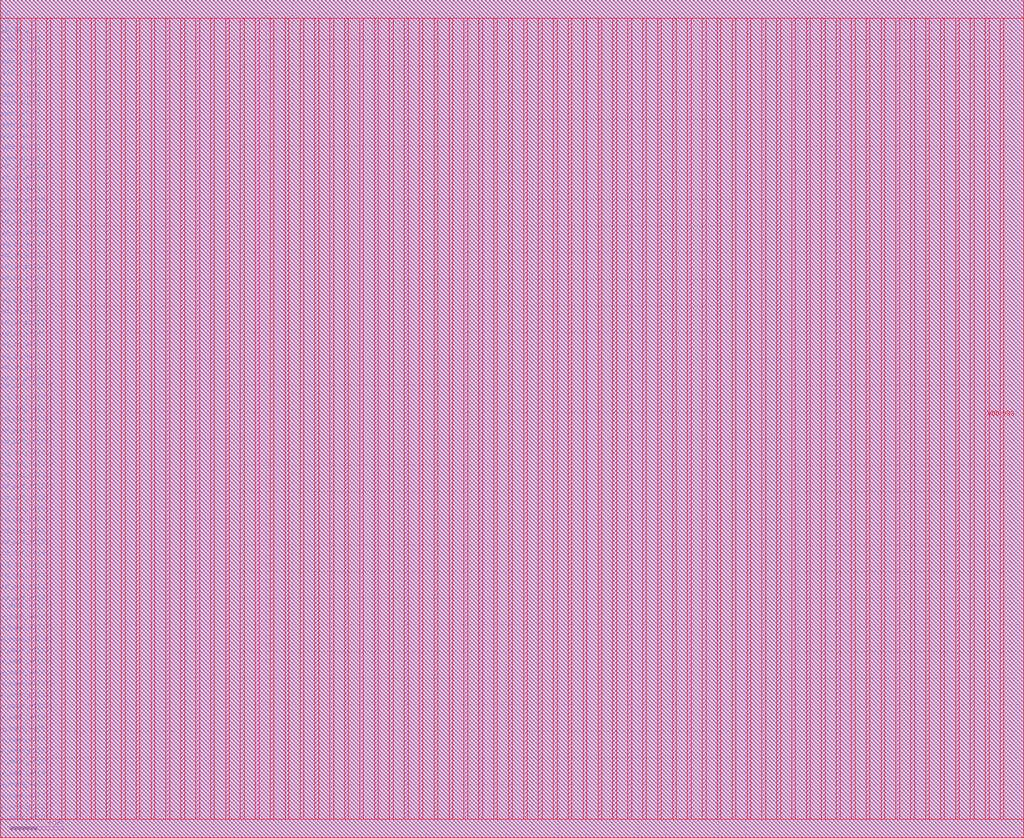
<source format=lef>
VERSION 5.7 ;
BUSBITCHARS "[]" ;
MACRO sram_20x64_1r1w
  FOREIGN sram_20x64_1r1w 0 0 ;
  SYMMETRY X Y R90 ;
  SIZE 76.950 BY 63.000 ;
  CLASS BLOCK ;
  PIN w_mask_w1[0]
    DIRECTION INPUT ;
    USE SIGNAL ;
    SHAPE ABUTMENT ;
    PORT
      LAYER metal3 ;
      RECT 0.000 1.085 0.070 1.155 ;
    END
  END w_mask_w1[0]
  PIN w_mask_w1[1]
    DIRECTION INPUT ;
    USE SIGNAL ;
    SHAPE ABUTMENT ;
    PORT
      LAYER metal3 ;
      RECT 0.000 1.925 0.070 1.995 ;
    END
  END w_mask_w1[1]
  PIN w_mask_w1[2]
    DIRECTION INPUT ;
    USE SIGNAL ;
    SHAPE ABUTMENT ;
    PORT
      LAYER metal3 ;
      RECT 0.000 2.765 0.070 2.835 ;
    END
  END w_mask_w1[2]
  PIN w_mask_w1[3]
    DIRECTION INPUT ;
    USE SIGNAL ;
    SHAPE ABUTMENT ;
    PORT
      LAYER metal3 ;
      RECT 0.000 3.605 0.070 3.675 ;
    END
  END w_mask_w1[3]
  PIN w_mask_w1[4]
    DIRECTION INPUT ;
    USE SIGNAL ;
    SHAPE ABUTMENT ;
    PORT
      LAYER metal3 ;
      RECT 0.000 4.445 0.070 4.515 ;
    END
  END w_mask_w1[4]
  PIN w_mask_w1[5]
    DIRECTION INPUT ;
    USE SIGNAL ;
    SHAPE ABUTMENT ;
    PORT
      LAYER metal3 ;
      RECT 0.000 5.285 0.070 5.355 ;
    END
  END w_mask_w1[5]
  PIN w_mask_w1[6]
    DIRECTION INPUT ;
    USE SIGNAL ;
    SHAPE ABUTMENT ;
    PORT
      LAYER metal3 ;
      RECT 0.000 6.125 0.070 6.195 ;
    END
  END w_mask_w1[6]
  PIN w_mask_w1[7]
    DIRECTION INPUT ;
    USE SIGNAL ;
    SHAPE ABUTMENT ;
    PORT
      LAYER metal3 ;
      RECT 0.000 6.965 0.070 7.035 ;
    END
  END w_mask_w1[7]
  PIN w_mask_w1[8]
    DIRECTION INPUT ;
    USE SIGNAL ;
    SHAPE ABUTMENT ;
    PORT
      LAYER metal3 ;
      RECT 0.000 7.805 0.070 7.875 ;
    END
  END w_mask_w1[8]
  PIN w_mask_w1[9]
    DIRECTION INPUT ;
    USE SIGNAL ;
    SHAPE ABUTMENT ;
    PORT
      LAYER metal3 ;
      RECT 0.000 8.645 0.070 8.715 ;
    END
  END w_mask_w1[9]
  PIN w_mask_w1[10]
    DIRECTION INPUT ;
    USE SIGNAL ;
    SHAPE ABUTMENT ;
    PORT
      LAYER metal3 ;
      RECT 0.000 9.485 0.070 9.555 ;
    END
  END w_mask_w1[10]
  PIN w_mask_w1[11]
    DIRECTION INPUT ;
    USE SIGNAL ;
    SHAPE ABUTMENT ;
    PORT
      LAYER metal3 ;
      RECT 0.000 10.325 0.070 10.395 ;
    END
  END w_mask_w1[11]
  PIN w_mask_w1[12]
    DIRECTION INPUT ;
    USE SIGNAL ;
    SHAPE ABUTMENT ;
    PORT
      LAYER metal3 ;
      RECT 0.000 11.165 0.070 11.235 ;
    END
  END w_mask_w1[12]
  PIN w_mask_w1[13]
    DIRECTION INPUT ;
    USE SIGNAL ;
    SHAPE ABUTMENT ;
    PORT
      LAYER metal3 ;
      RECT 0.000 12.005 0.070 12.075 ;
    END
  END w_mask_w1[13]
  PIN w_mask_w1[14]
    DIRECTION INPUT ;
    USE SIGNAL ;
    SHAPE ABUTMENT ;
    PORT
      LAYER metal3 ;
      RECT 0.000 12.845 0.070 12.915 ;
    END
  END w_mask_w1[14]
  PIN w_mask_w1[15]
    DIRECTION INPUT ;
    USE SIGNAL ;
    SHAPE ABUTMENT ;
    PORT
      LAYER metal3 ;
      RECT 0.000 13.685 0.070 13.755 ;
    END
  END w_mask_w1[15]
  PIN w_mask_w1[16]
    DIRECTION INPUT ;
    USE SIGNAL ;
    SHAPE ABUTMENT ;
    PORT
      LAYER metal3 ;
      RECT 0.000 14.525 0.070 14.595 ;
    END
  END w_mask_w1[16]
  PIN w_mask_w1[17]
    DIRECTION INPUT ;
    USE SIGNAL ;
    SHAPE ABUTMENT ;
    PORT
      LAYER metal3 ;
      RECT 0.000 15.365 0.070 15.435 ;
    END
  END w_mask_w1[17]
  PIN w_mask_w1[18]
    DIRECTION INPUT ;
    USE SIGNAL ;
    SHAPE ABUTMENT ;
    PORT
      LAYER metal3 ;
      RECT 0.000 16.205 0.070 16.275 ;
    END
  END w_mask_w1[18]
  PIN w_mask_w1[19]
    DIRECTION INPUT ;
    USE SIGNAL ;
    SHAPE ABUTMENT ;
    PORT
      LAYER metal3 ;
      RECT 0.000 17.045 0.070 17.115 ;
    END
  END w_mask_w1[19]
  PIN rd_out_r1[0]
    DIRECTION OUTPUT ;
    USE SIGNAL ;
    SHAPE ABUTMENT ;
    PORT
      LAYER metal3 ;
      RECT 0.000 17.605 0.070 17.675 ;
    END
  END rd_out_r1[0]
  PIN rd_out_r1[1]
    DIRECTION OUTPUT ;
    USE SIGNAL ;
    SHAPE ABUTMENT ;
    PORT
      LAYER metal3 ;
      RECT 0.000 18.445 0.070 18.515 ;
    END
  END rd_out_r1[1]
  PIN rd_out_r1[2]
    DIRECTION OUTPUT ;
    USE SIGNAL ;
    SHAPE ABUTMENT ;
    PORT
      LAYER metal3 ;
      RECT 0.000 19.285 0.070 19.355 ;
    END
  END rd_out_r1[2]
  PIN rd_out_r1[3]
    DIRECTION OUTPUT ;
    USE SIGNAL ;
    SHAPE ABUTMENT ;
    PORT
      LAYER metal3 ;
      RECT 0.000 20.125 0.070 20.195 ;
    END
  END rd_out_r1[3]
  PIN rd_out_r1[4]
    DIRECTION OUTPUT ;
    USE SIGNAL ;
    SHAPE ABUTMENT ;
    PORT
      LAYER metal3 ;
      RECT 0.000 20.965 0.070 21.035 ;
    END
  END rd_out_r1[4]
  PIN rd_out_r1[5]
    DIRECTION OUTPUT ;
    USE SIGNAL ;
    SHAPE ABUTMENT ;
    PORT
      LAYER metal3 ;
      RECT 0.000 21.805 0.070 21.875 ;
    END
  END rd_out_r1[5]
  PIN rd_out_r1[6]
    DIRECTION OUTPUT ;
    USE SIGNAL ;
    SHAPE ABUTMENT ;
    PORT
      LAYER metal3 ;
      RECT 0.000 22.645 0.070 22.715 ;
    END
  END rd_out_r1[6]
  PIN rd_out_r1[7]
    DIRECTION OUTPUT ;
    USE SIGNAL ;
    SHAPE ABUTMENT ;
    PORT
      LAYER metal3 ;
      RECT 0.000 23.485 0.070 23.555 ;
    END
  END rd_out_r1[7]
  PIN rd_out_r1[8]
    DIRECTION OUTPUT ;
    USE SIGNAL ;
    SHAPE ABUTMENT ;
    PORT
      LAYER metal3 ;
      RECT 0.000 24.325 0.070 24.395 ;
    END
  END rd_out_r1[8]
  PIN rd_out_r1[9]
    DIRECTION OUTPUT ;
    USE SIGNAL ;
    SHAPE ABUTMENT ;
    PORT
      LAYER metal3 ;
      RECT 0.000 25.165 0.070 25.235 ;
    END
  END rd_out_r1[9]
  PIN rd_out_r1[10]
    DIRECTION OUTPUT ;
    USE SIGNAL ;
    SHAPE ABUTMENT ;
    PORT
      LAYER metal3 ;
      RECT 0.000 26.005 0.070 26.075 ;
    END
  END rd_out_r1[10]
  PIN rd_out_r1[11]
    DIRECTION OUTPUT ;
    USE SIGNAL ;
    SHAPE ABUTMENT ;
    PORT
      LAYER metal3 ;
      RECT 0.000 26.845 0.070 26.915 ;
    END
  END rd_out_r1[11]
  PIN rd_out_r1[12]
    DIRECTION OUTPUT ;
    USE SIGNAL ;
    SHAPE ABUTMENT ;
    PORT
      LAYER metal3 ;
      RECT 0.000 27.685 0.070 27.755 ;
    END
  END rd_out_r1[12]
  PIN rd_out_r1[13]
    DIRECTION OUTPUT ;
    USE SIGNAL ;
    SHAPE ABUTMENT ;
    PORT
      LAYER metal3 ;
      RECT 0.000 28.525 0.070 28.595 ;
    END
  END rd_out_r1[13]
  PIN rd_out_r1[14]
    DIRECTION OUTPUT ;
    USE SIGNAL ;
    SHAPE ABUTMENT ;
    PORT
      LAYER metal3 ;
      RECT 0.000 29.365 0.070 29.435 ;
    END
  END rd_out_r1[14]
  PIN rd_out_r1[15]
    DIRECTION OUTPUT ;
    USE SIGNAL ;
    SHAPE ABUTMENT ;
    PORT
      LAYER metal3 ;
      RECT 0.000 30.205 0.070 30.275 ;
    END
  END rd_out_r1[15]
  PIN rd_out_r1[16]
    DIRECTION OUTPUT ;
    USE SIGNAL ;
    SHAPE ABUTMENT ;
    PORT
      LAYER metal3 ;
      RECT 0.000 31.045 0.070 31.115 ;
    END
  END rd_out_r1[16]
  PIN rd_out_r1[17]
    DIRECTION OUTPUT ;
    USE SIGNAL ;
    SHAPE ABUTMENT ;
    PORT
      LAYER metal3 ;
      RECT 0.000 31.885 0.070 31.955 ;
    END
  END rd_out_r1[17]
  PIN rd_out_r1[18]
    DIRECTION OUTPUT ;
    USE SIGNAL ;
    SHAPE ABUTMENT ;
    PORT
      LAYER metal3 ;
      RECT 0.000 32.725 0.070 32.795 ;
    END
  END rd_out_r1[18]
  PIN rd_out_r1[19]
    DIRECTION OUTPUT ;
    USE SIGNAL ;
    SHAPE ABUTMENT ;
    PORT
      LAYER metal3 ;
      RECT 0.000 33.565 0.070 33.635 ;
    END
  END rd_out_r1[19]
  PIN wd_in_w1[0]
    DIRECTION INPUT ;
    USE SIGNAL ;
    SHAPE ABUTMENT ;
    PORT
      LAYER metal3 ;
      RECT 0.000 34.125 0.070 34.195 ;
    END
  END wd_in_w1[0]
  PIN wd_in_w1[1]
    DIRECTION INPUT ;
    USE SIGNAL ;
    SHAPE ABUTMENT ;
    PORT
      LAYER metal3 ;
      RECT 0.000 34.965 0.070 35.035 ;
    END
  END wd_in_w1[1]
  PIN wd_in_w1[2]
    DIRECTION INPUT ;
    USE SIGNAL ;
    SHAPE ABUTMENT ;
    PORT
      LAYER metal3 ;
      RECT 0.000 35.805 0.070 35.875 ;
    END
  END wd_in_w1[2]
  PIN wd_in_w1[3]
    DIRECTION INPUT ;
    USE SIGNAL ;
    SHAPE ABUTMENT ;
    PORT
      LAYER metal3 ;
      RECT 0.000 36.645 0.070 36.715 ;
    END
  END wd_in_w1[3]
  PIN wd_in_w1[4]
    DIRECTION INPUT ;
    USE SIGNAL ;
    SHAPE ABUTMENT ;
    PORT
      LAYER metal3 ;
      RECT 0.000 37.485 0.070 37.555 ;
    END
  END wd_in_w1[4]
  PIN wd_in_w1[5]
    DIRECTION INPUT ;
    USE SIGNAL ;
    SHAPE ABUTMENT ;
    PORT
      LAYER metal3 ;
      RECT 0.000 38.325 0.070 38.395 ;
    END
  END wd_in_w1[5]
  PIN wd_in_w1[6]
    DIRECTION INPUT ;
    USE SIGNAL ;
    SHAPE ABUTMENT ;
    PORT
      LAYER metal3 ;
      RECT 0.000 39.165 0.070 39.235 ;
    END
  END wd_in_w1[6]
  PIN wd_in_w1[7]
    DIRECTION INPUT ;
    USE SIGNAL ;
    SHAPE ABUTMENT ;
    PORT
      LAYER metal3 ;
      RECT 0.000 40.005 0.070 40.075 ;
    END
  END wd_in_w1[7]
  PIN wd_in_w1[8]
    DIRECTION INPUT ;
    USE SIGNAL ;
    SHAPE ABUTMENT ;
    PORT
      LAYER metal3 ;
      RECT 0.000 40.845 0.070 40.915 ;
    END
  END wd_in_w1[8]
  PIN wd_in_w1[9]
    DIRECTION INPUT ;
    USE SIGNAL ;
    SHAPE ABUTMENT ;
    PORT
      LAYER metal3 ;
      RECT 0.000 41.685 0.070 41.755 ;
    END
  END wd_in_w1[9]
  PIN wd_in_w1[10]
    DIRECTION INPUT ;
    USE SIGNAL ;
    SHAPE ABUTMENT ;
    PORT
      LAYER metal3 ;
      RECT 0.000 42.525 0.070 42.595 ;
    END
  END wd_in_w1[10]
  PIN wd_in_w1[11]
    DIRECTION INPUT ;
    USE SIGNAL ;
    SHAPE ABUTMENT ;
    PORT
      LAYER metal3 ;
      RECT 0.000 43.365 0.070 43.435 ;
    END
  END wd_in_w1[11]
  PIN wd_in_w1[12]
    DIRECTION INPUT ;
    USE SIGNAL ;
    SHAPE ABUTMENT ;
    PORT
      LAYER metal3 ;
      RECT 0.000 44.205 0.070 44.275 ;
    END
  END wd_in_w1[12]
  PIN wd_in_w1[13]
    DIRECTION INPUT ;
    USE SIGNAL ;
    SHAPE ABUTMENT ;
    PORT
      LAYER metal3 ;
      RECT 0.000 45.045 0.070 45.115 ;
    END
  END wd_in_w1[13]
  PIN wd_in_w1[14]
    DIRECTION INPUT ;
    USE SIGNAL ;
    SHAPE ABUTMENT ;
    PORT
      LAYER metal3 ;
      RECT 0.000 45.885 0.070 45.955 ;
    END
  END wd_in_w1[14]
  PIN wd_in_w1[15]
    DIRECTION INPUT ;
    USE SIGNAL ;
    SHAPE ABUTMENT ;
    PORT
      LAYER metal3 ;
      RECT 0.000 46.725 0.070 46.795 ;
    END
  END wd_in_w1[15]
  PIN wd_in_w1[16]
    DIRECTION INPUT ;
    USE SIGNAL ;
    SHAPE ABUTMENT ;
    PORT
      LAYER metal3 ;
      RECT 0.000 47.565 0.070 47.635 ;
    END
  END wd_in_w1[16]
  PIN wd_in_w1[17]
    DIRECTION INPUT ;
    USE SIGNAL ;
    SHAPE ABUTMENT ;
    PORT
      LAYER metal3 ;
      RECT 0.000 48.405 0.070 48.475 ;
    END
  END wd_in_w1[17]
  PIN wd_in_w1[18]
    DIRECTION INPUT ;
    USE SIGNAL ;
    SHAPE ABUTMENT ;
    PORT
      LAYER metal3 ;
      RECT 0.000 49.245 0.070 49.315 ;
    END
  END wd_in_w1[18]
  PIN wd_in_w1[19]
    DIRECTION INPUT ;
    USE SIGNAL ;
    SHAPE ABUTMENT ;
    PORT
      LAYER metal3 ;
      RECT 0.000 50.085 0.070 50.155 ;
    END
  END wd_in_w1[19]
  PIN addr_w1[0]
    DIRECTION INPUT ;
    USE SIGNAL ;
    SHAPE ABUTMENT ;
    PORT
      LAYER metal3 ;
      RECT 0.000 50.645 0.070 50.715 ;
    END
  END addr_w1[0]
  PIN addr_w1[1]
    DIRECTION INPUT ;
    USE SIGNAL ;
    SHAPE ABUTMENT ;
    PORT
      LAYER metal3 ;
      RECT 0.000 51.485 0.070 51.555 ;
    END
  END addr_w1[1]
  PIN addr_w1[2]
    DIRECTION INPUT ;
    USE SIGNAL ;
    SHAPE ABUTMENT ;
    PORT
      LAYER metal3 ;
      RECT 0.000 52.325 0.070 52.395 ;
    END
  END addr_w1[2]
  PIN addr_w1[3]
    DIRECTION INPUT ;
    USE SIGNAL ;
    SHAPE ABUTMENT ;
    PORT
      LAYER metal3 ;
      RECT 0.000 53.165 0.070 53.235 ;
    END
  END addr_w1[3]
  PIN addr_w1[4]
    DIRECTION INPUT ;
    USE SIGNAL ;
    SHAPE ABUTMENT ;
    PORT
      LAYER metal3 ;
      RECT 0.000 54.005 0.070 54.075 ;
    END
  END addr_w1[4]
  PIN addr_w1[5]
    DIRECTION INPUT ;
    USE SIGNAL ;
    SHAPE ABUTMENT ;
    PORT
      LAYER metal3 ;
      RECT 0.000 54.845 0.070 54.915 ;
    END
  END addr_w1[5]
  PIN addr_r1[0]
    DIRECTION INPUT ;
    USE SIGNAL ;
    SHAPE ABUTMENT ;
    PORT
      LAYER metal3 ;
      RECT 0.000 55.405 0.070 55.475 ;
    END
  END addr_r1[0]
  PIN addr_r1[1]
    DIRECTION INPUT ;
    USE SIGNAL ;
    SHAPE ABUTMENT ;
    PORT
      LAYER metal3 ;
      RECT 0.000 56.245 0.070 56.315 ;
    END
  END addr_r1[1]
  PIN addr_r1[2]
    DIRECTION INPUT ;
    USE SIGNAL ;
    SHAPE ABUTMENT ;
    PORT
      LAYER metal3 ;
      RECT 0.000 57.085 0.070 57.155 ;
    END
  END addr_r1[2]
  PIN addr_r1[3]
    DIRECTION INPUT ;
    USE SIGNAL ;
    SHAPE ABUTMENT ;
    PORT
      LAYER metal3 ;
      RECT 0.000 57.925 0.070 57.995 ;
    END
  END addr_r1[3]
  PIN addr_r1[4]
    DIRECTION INPUT ;
    USE SIGNAL ;
    SHAPE ABUTMENT ;
    PORT
      LAYER metal3 ;
      RECT 0.000 58.765 0.070 58.835 ;
    END
  END addr_r1[4]
  PIN addr_r1[5]
    DIRECTION INPUT ;
    USE SIGNAL ;
    SHAPE ABUTMENT ;
    PORT
      LAYER metal3 ;
      RECT 0.000 59.605 0.070 59.675 ;
    END
  END addr_r1[5]
  PIN we_in_w1
    DIRECTION INPUT ;
    USE SIGNAL ;
    SHAPE ABUTMENT ;
    PORT
      LAYER metal3 ;
      RECT 0.000 60.165 0.070 60.235 ;
    END
  END we_in_w1
  PIN ce_w1
    DIRECTION INPUT ;
    USE SIGNAL ;
    SHAPE ABUTMENT ;
    PORT
      LAYER metal3 ;
      RECT 0.000 60.445 0.070 60.515 ;
    END
  END ce_w1
  PIN ce_r1
    DIRECTION INPUT ;
    USE SIGNAL ;
    SHAPE ABUTMENT ;
    PORT
      LAYER metal3 ;
      RECT 0.000 61.005 0.070 61.075 ;
    END
  END ce_r1
  PIN clk
    DIRECTION INPUT ;
    USE SIGNAL ;
    SHAPE ABUTMENT ;
    PORT
      LAYER metal3 ;
      RECT 0.000 61.565 0.070 61.635 ;
    END
  END clk
  PIN VSS
    DIRECTION INOUT ;
    USE GROUND ;
    PORT
      LAYER metal4 ;
      RECT 1.260 1.400 1.540 61.600 ;
      RECT 3.500 1.400 3.780 61.600 ;
      RECT 5.740 1.400 6.020 61.600 ;
      RECT 7.980 1.400 8.260 61.600 ;
      RECT 10.220 1.400 10.500 61.600 ;
      RECT 12.460 1.400 12.740 61.600 ;
      RECT 14.700 1.400 14.980 61.600 ;
      RECT 16.940 1.400 17.220 61.600 ;
      RECT 19.180 1.400 19.460 61.600 ;
      RECT 21.420 1.400 21.700 61.600 ;
      RECT 23.660 1.400 23.940 61.600 ;
      RECT 25.900 1.400 26.180 61.600 ;
      RECT 28.140 1.400 28.420 61.600 ;
      RECT 30.380 1.400 30.660 61.600 ;
      RECT 32.620 1.400 32.900 61.600 ;
      RECT 34.860 1.400 35.140 61.600 ;
      RECT 37.100 1.400 37.380 61.600 ;
      RECT 39.340 1.400 39.620 61.600 ;
      RECT 41.580 1.400 41.860 61.600 ;
      RECT 43.820 1.400 44.100 61.600 ;
      RECT 46.060 1.400 46.340 61.600 ;
      RECT 48.300 1.400 48.580 61.600 ;
      RECT 50.540 1.400 50.820 61.600 ;
      RECT 52.780 1.400 53.060 61.600 ;
      RECT 55.020 1.400 55.300 61.600 ;
      RECT 57.260 1.400 57.540 61.600 ;
      RECT 59.500 1.400 59.780 61.600 ;
      RECT 61.740 1.400 62.020 61.600 ;
      RECT 63.980 1.400 64.260 61.600 ;
      RECT 66.220 1.400 66.500 61.600 ;
      RECT 68.460 1.400 68.740 61.600 ;
      RECT 70.700 1.400 70.980 61.600 ;
      RECT 72.940 1.400 73.220 61.600 ;
      RECT 75.180 1.400 75.460 61.600 ;
    END
  END VSS
  PIN VDD
    DIRECTION INOUT ;
    USE POWER ;
    PORT
      LAYER metal4 ;
      RECT 2.380 1.400 2.660 61.600 ;
      RECT 4.620 1.400 4.900 61.600 ;
      RECT 6.860 1.400 7.140 61.600 ;
      RECT 9.100 1.400 9.380 61.600 ;
      RECT 11.340 1.400 11.620 61.600 ;
      RECT 13.580 1.400 13.860 61.600 ;
      RECT 15.820 1.400 16.100 61.600 ;
      RECT 18.060 1.400 18.340 61.600 ;
      RECT 20.300 1.400 20.580 61.600 ;
      RECT 22.540 1.400 22.820 61.600 ;
      RECT 24.780 1.400 25.060 61.600 ;
      RECT 27.020 1.400 27.300 61.600 ;
      RECT 29.260 1.400 29.540 61.600 ;
      RECT 31.500 1.400 31.780 61.600 ;
      RECT 33.740 1.400 34.020 61.600 ;
      RECT 35.980 1.400 36.260 61.600 ;
      RECT 38.220 1.400 38.500 61.600 ;
      RECT 40.460 1.400 40.740 61.600 ;
      RECT 42.700 1.400 42.980 61.600 ;
      RECT 44.940 1.400 45.220 61.600 ;
      RECT 47.180 1.400 47.460 61.600 ;
      RECT 49.420 1.400 49.700 61.600 ;
      RECT 51.660 1.400 51.940 61.600 ;
      RECT 53.900 1.400 54.180 61.600 ;
      RECT 56.140 1.400 56.420 61.600 ;
      RECT 58.380 1.400 58.660 61.600 ;
      RECT 60.620 1.400 60.900 61.600 ;
      RECT 62.860 1.400 63.140 61.600 ;
      RECT 65.100 1.400 65.380 61.600 ;
      RECT 67.340 1.400 67.620 61.600 ;
      RECT 69.580 1.400 69.860 61.600 ;
      RECT 71.820 1.400 72.100 61.600 ;
      RECT 74.060 1.400 74.340 61.600 ;
    END
  END VDD
  OBS
    LAYER metal1 ;
    RECT 0 0 76.950 63.000 ;
    LAYER metal2 ;
    RECT 0 0 76.950 63.000 ;
    LAYER metal3 ;
    RECT 0.070 0 76.950 63.000 ;
    RECT 0 0.000 0.070 1.365 ;
    RECT 0 1.435 0.070 2.205 ;
    RECT 0 2.275 0.070 3.045 ;
    RECT 0 3.115 0.070 3.885 ;
    RECT 0 3.955 0.070 4.725 ;
    RECT 0 4.795 0.070 5.565 ;
    RECT 0 5.635 0.070 6.405 ;
    RECT 0 6.475 0.070 7.245 ;
    RECT 0 7.315 0.070 8.085 ;
    RECT 0 8.155 0.070 8.925 ;
    RECT 0 8.995 0.070 9.765 ;
    RECT 0 9.835 0.070 10.605 ;
    RECT 0 10.675 0.070 11.445 ;
    RECT 0 11.515 0.070 12.285 ;
    RECT 0 12.355 0.070 13.125 ;
    RECT 0 13.195 0.070 13.965 ;
    RECT 0 14.035 0.070 14.805 ;
    RECT 0 14.875 0.070 15.645 ;
    RECT 0 15.715 0.070 16.485 ;
    RECT 0 16.555 0.070 17.325 ;
    RECT 0 17.395 0.070 17.885 ;
    RECT 0 17.955 0.070 18.725 ;
    RECT 0 18.795 0.070 19.565 ;
    RECT 0 19.635 0.070 20.405 ;
    RECT 0 20.475 0.070 21.245 ;
    RECT 0 21.315 0.070 22.085 ;
    RECT 0 22.155 0.070 22.925 ;
    RECT 0 22.995 0.070 23.765 ;
    RECT 0 23.835 0.070 24.605 ;
    RECT 0 24.675 0.070 25.445 ;
    RECT 0 25.515 0.070 26.285 ;
    RECT 0 26.355 0.070 27.125 ;
    RECT 0 27.195 0.070 27.965 ;
    RECT 0 28.035 0.070 28.805 ;
    RECT 0 28.875 0.070 29.645 ;
    RECT 0 29.715 0.070 30.485 ;
    RECT 0 30.555 0.070 31.325 ;
    RECT 0 31.395 0.070 32.165 ;
    RECT 0 32.235 0.070 33.005 ;
    RECT 0 33.075 0.070 33.845 ;
    RECT 0 33.915 0.070 34.405 ;
    RECT 0 34.475 0.070 35.245 ;
    RECT 0 35.315 0.070 36.085 ;
    RECT 0 36.155 0.070 36.925 ;
    RECT 0 36.995 0.070 37.765 ;
    RECT 0 37.835 0.070 38.605 ;
    RECT 0 38.675 0.070 39.445 ;
    RECT 0 39.515 0.070 40.285 ;
    RECT 0 40.355 0.070 41.125 ;
    RECT 0 41.195 0.070 41.965 ;
    RECT 0 42.035 0.070 42.805 ;
    RECT 0 42.875 0.070 43.645 ;
    RECT 0 43.715 0.070 44.485 ;
    RECT 0 44.555 0.070 45.325 ;
    RECT 0 45.395 0.070 46.165 ;
    RECT 0 46.235 0.070 47.005 ;
    RECT 0 47.075 0.070 47.845 ;
    RECT 0 47.915 0.070 48.685 ;
    RECT 0 48.755 0.070 49.525 ;
    RECT 0 49.595 0.070 50.365 ;
    RECT 0 50.435 0.070 50.925 ;
    RECT 0 50.995 0.070 51.765 ;
    RECT 0 51.835 0.070 52.605 ;
    RECT 0 52.675 0.070 53.445 ;
    RECT 0 53.515 0.070 54.285 ;
    RECT 0 54.355 0.070 55.125 ;
    RECT 0 55.195 0.070 55.685 ;
    RECT 0 55.755 0.070 56.525 ;
    RECT 0 56.595 0.070 57.365 ;
    RECT 0 57.435 0.070 63.000 ;
    LAYER metal4 ;
    RECT 0 0 76.950 1.400 ;
    RECT 0 61.600 76.950 63.000 ;
    RECT 0.000 1.400 1.260 61.600 ;
    RECT 1.540 1.400 2.380 61.600 ;
    RECT 2.660 1.400 3.500 61.600 ;
    RECT 3.780 1.400 4.620 61.600 ;
    RECT 4.900 1.400 5.740 61.600 ;
    RECT 6.020 1.400 6.860 61.600 ;
    RECT 7.140 1.400 7.980 61.600 ;
    RECT 8.260 1.400 9.100 61.600 ;
    RECT 9.380 1.400 10.220 61.600 ;
    RECT 10.500 1.400 11.340 61.600 ;
    RECT 11.620 1.400 12.460 61.600 ;
    RECT 12.740 1.400 13.580 61.600 ;
    RECT 13.860 1.400 14.700 61.600 ;
    RECT 14.980 1.400 15.820 61.600 ;
    RECT 16.100 1.400 16.940 61.600 ;
    RECT 17.220 1.400 18.060 61.600 ;
    RECT 18.340 1.400 19.180 61.600 ;
    RECT 19.460 1.400 20.300 61.600 ;
    RECT 20.580 1.400 21.420 61.600 ;
    RECT 21.700 1.400 22.540 61.600 ;
    RECT 22.820 1.400 23.660 61.600 ;
    RECT 23.940 1.400 24.780 61.600 ;
    RECT 25.060 1.400 25.900 61.600 ;
    RECT 26.180 1.400 27.020 61.600 ;
    RECT 27.300 1.400 28.140 61.600 ;
    RECT 28.420 1.400 29.260 61.600 ;
    RECT 29.540 1.400 30.380 61.600 ;
    RECT 30.660 1.400 31.500 61.600 ;
    RECT 31.780 1.400 32.620 61.600 ;
    RECT 32.900 1.400 33.740 61.600 ;
    RECT 34.020 1.400 34.860 61.600 ;
    RECT 35.140 1.400 35.980 61.600 ;
    RECT 36.260 1.400 37.100 61.600 ;
    RECT 37.380 1.400 38.220 61.600 ;
    RECT 38.500 1.400 39.340 61.600 ;
    RECT 39.620 1.400 40.460 61.600 ;
    RECT 40.740 1.400 41.580 61.600 ;
    RECT 41.860 1.400 42.700 61.600 ;
    RECT 42.980 1.400 43.820 61.600 ;
    RECT 44.100 1.400 44.940 61.600 ;
    RECT 45.220 1.400 46.060 61.600 ;
    RECT 46.340 1.400 47.180 61.600 ;
    RECT 47.460 1.400 48.300 61.600 ;
    RECT 48.580 1.400 49.420 61.600 ;
    RECT 49.700 1.400 50.540 61.600 ;
    RECT 50.820 1.400 51.660 61.600 ;
    RECT 51.940 1.400 52.780 61.600 ;
    RECT 53.060 1.400 53.900 61.600 ;
    RECT 54.180 1.400 55.020 61.600 ;
    RECT 55.300 1.400 56.140 61.600 ;
    RECT 56.420 1.400 57.260 61.600 ;
    RECT 57.540 1.400 58.380 61.600 ;
    RECT 58.660 1.400 59.500 61.600 ;
    RECT 59.780 1.400 60.620 61.600 ;
    RECT 60.900 1.400 61.740 61.600 ;
    RECT 62.020 1.400 62.860 61.600 ;
    RECT 63.140 1.400 63.980 61.600 ;
    RECT 64.260 1.400 65.100 61.600 ;
    RECT 65.380 1.400 66.220 61.600 ;
    RECT 66.500 1.400 67.340 61.600 ;
    RECT 67.620 1.400 68.460 61.600 ;
    RECT 68.740 1.400 69.580 61.600 ;
    RECT 69.860 1.400 70.700 61.600 ;
    RECT 70.980 1.400 71.820 61.600 ;
    RECT 72.100 1.400 72.940 61.600 ;
    RECT 73.220 1.400 74.060 61.600 ;
    RECT 74.340 1.400 75.180 61.600 ;
    RECT 75.460 1.400 76.950 61.600 ;
    LAYER OVERLAP ;
    RECT 0 0 76.950 63.000 ;
  END
END sram_20x64_1r1w

END LIBRARY

</source>
